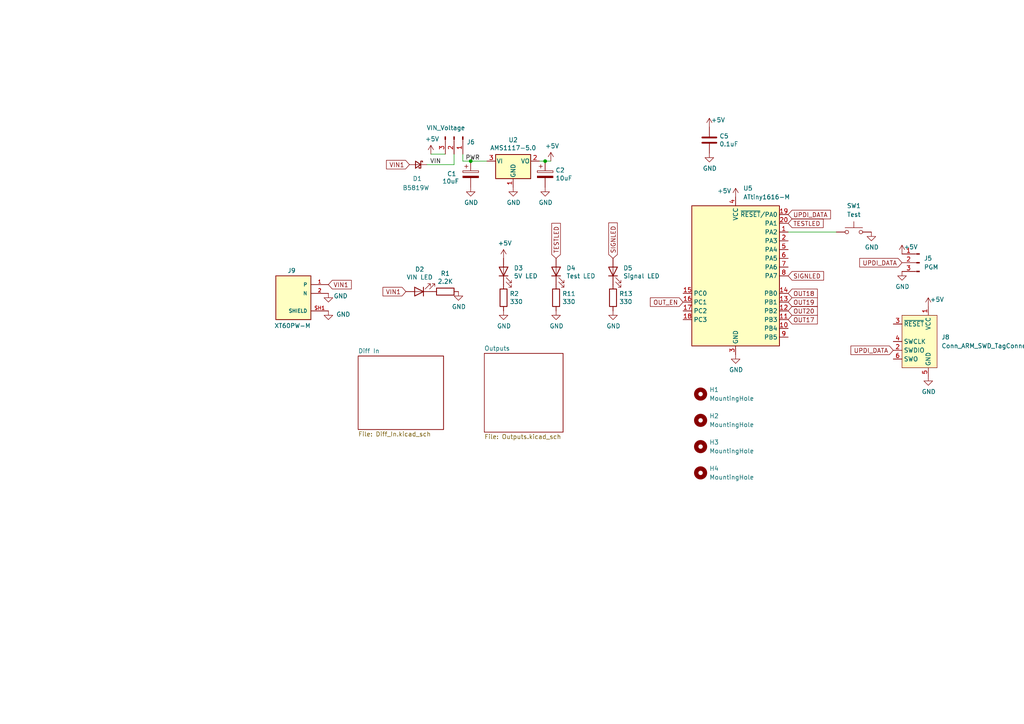
<source format=kicad_sch>
(kicad_sch (version 20250114) (generator "eeschema") (generator_version "9.0")
  (paper "A4")
  (title_block (title "Receiver Out SMD") (date "2025-02-23") (rev "v3") (company "Scott Hanson"))
  (lib_symbols
    (symbol "Connector:Conn_01x03_Male" (pin_names (offset 1.016) (hide yes))
      (property "Reference" "J" (at 0 5.08 0))
      (property "Value" "Conn_01x03_Male" (at 0 -5.08 0))
      (symbol "Conn_01x03_Male_1_1"
        (rectangle (start 0.8636 2.667) (end 0 2.413) (stroke (width 0.1524)) (fill (type outline)))
        (rectangle (start 0.8636 0.127) (end 0 -0.127) (stroke (width 0.1524)) (fill (type outline)))
        (rectangle (start 0.8636 -2.413) (end 0 -2.667) (stroke (width 0.1524)) (fill (type outline)))
        (polyline (pts (xy 1.27 2.54) (xy 0.8636 2.54)) (stroke (width 0.1524)))
        (polyline (pts (xy 1.27 0) (xy 0.8636 0)) (stroke (width 0.1524)))
        (polyline (pts (xy 1.27 -2.54) (xy 0.8636 -2.54)) (stroke (width 0.1524)))
        (pin passive line (at 5.08 2.54 180) (length 3.81) (name "Pin_1") (number "1"))
        (pin passive line (at 5.08 0 180) (length 3.81) (name "Pin_2") (number "2"))
        (pin passive line (at 5.08 -2.54 180) (length 3.81) (name "Pin_3") (number "3"))
      )
    )
    (symbol "Connector:Conn_01x03_Pin" (pin_names (offset 1.016) (hide yes))
      (property "Reference" "J" (at 0 5.08 0))
      (property "Value" "Conn_01x03_Pin" (at 0 -5.08 0))
      (symbol "Conn_01x03_Pin_1_1"
        (rectangle (start 0.8636 2.667) (end 0 2.413) (stroke (width 0.1524)) (fill (type outline)))
        (rectangle (start 0.8636 0.127) (end 0 -0.127) (stroke (width 0.1524)) (fill (type outline)))
        (rectangle (start 0.8636 -2.413) (end 0 -2.667) (stroke (width 0.1524)) (fill (type outline)))
        (polyline (pts (xy 1.27 2.54) (xy 0.8636 2.54)) (stroke (width 0.1524)))
        (polyline (pts (xy 1.27 0) (xy 0.8636 0)) (stroke (width 0.1524)))
        (polyline (pts (xy 1.27 -2.54) (xy 0.8636 -2.54)) (stroke (width 0.1524)))
        (pin passive line (at 5.08 2.54 180) (length 3.81) (name "Pin_1") (number "1"))
        (pin passive line (at 5.08 0 180) (length 3.81) (name "Pin_2") (number "2"))
        (pin passive line (at 5.08 -2.54 180) (length 3.81) (name "Pin_3") (number "3"))
      )
    )
    (symbol "Connector:Conn_ARM_SWD_TagConnect_TC2030-NL" (in_bom no)
      (property "Reference" "J" (at 2.54 11.43 0))
      (property "Value" "Conn_ARM_SWD_TagConnect_TC2030-NL" (at 2.54 8.89 0))
      (symbol "Conn_ARM_SWD_TagConnect_TC2030-NL_0_0"
        (pin power_in line (at -2.54 10.16 270) (length 2.54) (name "VCC") (number "1"))
        (pin power_in line (at -2.54 -10.16 90) (length 2.54) (name "GND") (number "5"))
        (pin open_collector line (at 7.62 5.08 180) (length 2.54) (name "~{RESET}") (number "3"))
        (pin output line (at 7.62 0 180) (length 2.54) (name "SWCLK") (number "4"))
        (pin bidirectional line (at 7.62 -2.54 180) (length 2.54) (name "SWDIO") (number "2"))
        (pin input line (at 7.62 -5.08 180) (length 2.54) (name "SWO") (number "6"))
      )
      (symbol "Conn_ARM_SWD_TagConnect_TC2030-NL_0_1"
        (rectangle (start -5.08 7.62) (end 5.08 -7.62) (fill (type background)))
      )
    )
    (symbol "Device:CP" (pin_numbers (hide yes)) (pin_names (offset 0.254))
      (property "Reference" "C" (at 0.635 2.54 0))
      (property "Value" "Device_CP" (at 0.635 -2.54 0))
      (symbol "CP_0_1"
        (rectangle (start -2.286 0.508) (end 2.286 1.016))
        (polyline (pts (xy -1.778 2.286) (xy -0.762 2.286)))
        (polyline (pts (xy -1.27 2.794) (xy -1.27 1.778)))
        (rectangle (start 2.286 -0.508) (end -2.286 -1.016) (fill (type outline)))
      )
      (symbol "CP_1_1"
        (pin passive line (at 0 3.81 270) (length 2.794) (name "~") (number "1"))
        (pin passive line (at 0 -3.81 90) (length 2.794) (name "~") (number "2"))
      )
    )
    (symbol "Device:D_Schottky_Small" (pin_numbers (hide yes)) (pin_names (offset 0.254) (hide yes))
      (property "Reference" "D" (at -1.27 2.032 0))
      (property "Value" "D_Schottky_Small" (at -7.112 -2.032 0))
      (symbol "D_Schottky_Small_0_1"
        (polyline (pts (xy -1.27 0.762) (xy -1.27 1.016) (xy -0.762 1.016) (xy -0.762 -1.016) (xy -0.254 -1.016) (xy -0.254 -0.762)) (stroke (width 0.254)))
        (polyline (pts (xy -0.762 0) (xy 0.762 0)))
        (polyline (pts (xy 0.762 -1.016) (xy -0.762 0) (xy 0.762 1.016) (xy 0.762 -1.016)) (stroke (width 0.254)))
      )
      (symbol "D_Schottky_Small_1_1"
        (pin passive line (at -2.54 0 0) (length 1.778) (name "K") (number "1"))
        (pin passive line (at 2.54 0 180) (length 1.778) (name "A") (number "2"))
      )
    )
    (symbol "Device:LED" (pin_numbers (hide yes)) (pin_names (offset 1.016) (hide yes))
      (property "Reference" "D" (at 0 2.54 0))
      (property "Value" "LED" (at 0 -2.54 0))
      (symbol "LED_0_1"
        (polyline (pts (xy -3.048 -0.762) (xy -4.572 -2.286) (xy -3.81 -2.286) (xy -4.572 -2.286) (xy -4.572 -1.524)))
        (polyline (pts (xy -1.778 -0.762) (xy -3.302 -2.286) (xy -2.54 -2.286) (xy -3.302 -2.286) (xy -3.302 -1.524)))
        (polyline (pts (xy -1.27 0) (xy 1.27 0)))
        (polyline (pts (xy -1.27 -1.27) (xy -1.27 1.27)) (stroke (width 0.254)))
        (polyline (pts (xy 1.27 -1.27) (xy 1.27 1.27) (xy -1.27 0) (xy 1.27 -1.27)) (stroke (width 0.254)))
      )
      (symbol "LED_1_1"
        (pin passive line (at -3.81 0 0) (length 2.54) (name "K") (number "1"))
        (pin passive line (at 3.81 0 180) (length 2.54) (name "A") (number "2"))
      )
    )
    (symbol "Device:R" (pin_numbers (hide yes)) (pin_names (offset 0))
      (property "Reference" "R" (at 2.032 0 90))
      (property "Value" "R" (at 0 0 90))
      (symbol "R_0_1"
        (rectangle (start -1.016 -2.54) (end 1.016 2.54) (stroke (width 0.254)))
      )
      (symbol "R_1_1"
        (pin passive line (at 0 3.81 270) (length 1.27) (name "~") (number "1"))
        (pin passive line (at 0 -3.81 90) (length 1.27) (name "~") (number "2"))
      )
    )
    (symbol "MCU_Microchip_ATtiny:ATtiny1616-M"
      (property "Reference" "U" (at -12.7 21.59 0))
      (property "Value" "ATtiny1616-M" (at 2.54 -21.59 0))
      (symbol "ATtiny1616-M_0_1"
        (rectangle (start -12.7 -20.32) (end 12.7 20.32) (stroke (width 0.254)) (fill (type background)))
      )
      (symbol "ATtiny1616-M_1_1"
        (pin bidirectional line (at -15.24 -5.08 0) (length 2.54) (name "PC0") (number "15"))
        (pin bidirectional line (at -15.24 -7.62 0) (length 2.54) (name "PC1") (number "16"))
        (pin bidirectional line (at -15.24 -10.16 0) (length 2.54) (name "PC2") (number "17"))
        (pin bidirectional line (at -15.24 -12.7 0) (length 2.54) (name "PC3") (number "18"))
        (pin power_in line (at 0 22.86 270) (length 2.54) (name "VCC") (number "4"))
        (pin passive line (at 0 -22.86 90) (length 2.54) (hide yes) (name "GND") (number "21"))
        (pin power_in line (at 0 -22.86 90) (length 2.54) (name "GND") (number "3"))
        (pin bidirectional line (at 15.24 17.78 180) (length 2.54) (name "~{RESET}/PA0") (number "19"))
        (pin bidirectional line (at 15.24 15.24 180) (length 2.54) (name "PA1") (number "20"))
        (pin bidirectional line (at 15.24 12.7 180) (length 2.54) (name "PA2") (number "1"))
        (pin bidirectional line (at 15.24 10.16 180) (length 2.54) (name "PA3") (number "2"))
        (pin bidirectional line (at 15.24 7.62 180) (length 2.54) (name "PA4") (number "5"))
        (pin bidirectional line (at 15.24 5.08 180) (length 2.54) (name "PA5") (number "6"))
        (pin bidirectional line (at 15.24 2.54 180) (length 2.54) (name "PA6") (number "7"))
        (pin bidirectional line (at 15.24 0 180) (length 2.54) (name "PA7") (number "8"))
        (pin bidirectional line (at 15.24 -5.08 180) (length 2.54) (name "PB0") (number "14"))
        (pin bidirectional line (at 15.24 -7.62 180) (length 2.54) (name "PB1") (number "13"))
        (pin bidirectional line (at 15.24 -10.16 180) (length 2.54) (name "PB2") (number "12"))
        (pin bidirectional line (at 15.24 -12.7 180) (length 2.54) (name "PB3") (number "11"))
        (pin bidirectional line (at 15.24 -15.24 180) (length 2.54) (name "PB4") (number "10"))
        (pin bidirectional line (at 15.24 -17.78 180) (length 2.54) (name "PB5") (number "9"))
      )
    )
    (symbol "Mechanical:MountingHole" (pin_names (offset 1.016)) (exclude_from_sim yes) (in_bom no)
      (property "Reference" "H" (at 0 5.08 0))
      (property "Value" "MountingHole" (at 0 3.175 0))
      (symbol "MountingHole_0_1"
        (circle (center 0 0) (radius 1.27) (stroke (width 1.27)))
      )
    )
    (symbol "Receiver_Out-rescue:C-Device" (pin_numbers (hide yes)) (pin_names (offset 0.254))
      (property "Reference" "C" (at 0.635 2.54 0))
      (property "Value" "C-Device" (at 0.635 -2.54 0))
      (symbol "C-Device_0_1"
        (polyline (pts (xy -2.032 0.762) (xy 2.032 0.762)) (stroke (width 0.508)))
        (polyline (pts (xy -2.032 -0.762) (xy 2.032 -0.762)) (stroke (width 0.508)))
      )
      (symbol "C-Device_1_1"
        (pin passive line (at 0 3.81 270) (length 2.794) (name "~") (number "1"))
        (pin passive line (at 0 -3.81 90) (length 2.794) (name "~") (number "2"))
      )
    )
    (symbol "Regulator_Linear:AMS1117-5.0" (pin_names (offset 0.254))
      (property "Reference" "U" (at -3.81 3.175 0))
      (property "Value" "AMS1117-5.0" (at 0 3.175 0))
      (symbol "AMS1117-5.0_0_1"
        (rectangle (start -5.08 -5.08) (end 5.08 1.905) (stroke (width 0.254)) (fill (type background)))
      )
      (symbol "AMS1117-5.0_1_1"
        (pin power_in line (at -7.62 0 0) (length 2.54) (name "VI") (number "3"))
        (pin power_in line (at 0 -7.62 90) (length 2.54) (name "GND") (number "1"))
        (pin power_out line (at 7.62 0 180) (length 2.54) (name "VO") (number "2"))
      )
    )
    (symbol "Scotts:XT60PW-M" (pin_names (offset 1.016))
      (property "Reference" "J" (at -5.08 5.7234 0))
      (property "Value" "XT60PW-M" (at -5.08 -10.1723 0))
      (symbol "XT60PW-M_0_0"
        (rectangle (start -5.08 -7.62) (end 5.08 5.08) (stroke (width 0.254)) (fill (type background)))
        (pin passive line (at -10.16 2.54 0) (length 5.08) (name "P") (number "1"))
        (pin passive line (at -10.16 0 0) (length 5.08) (name "N") (number "2"))
        (pin passive line (at -10.16 -5.08 0) (length 5.08) (name "SHIELD") (number "SH1"))
        (pin passive line (at -10.16 -5.08 0) (length 5.08) (hide yes) (name "SHIELD") (number "SH2"))
      )
    )
    (symbol "Switch:SW_Push" (pin_numbers (hide yes)) (pin_names (offset 1.016) (hide yes))
      (property "Reference" "SW" (at 1.27 2.54 0))
      (property "Value" "SW_Push" (at 0 -1.524 0))
      (symbol "SW_Push_0_1"
        (circle (center -2.032 0) (radius 0.508))
        (polyline (pts (xy 0 1.27) (xy 0 3.048)))
        (circle (center 2.032 0) (radius 0.508))
        (polyline (pts (xy 2.54 1.27) (xy -2.54 1.27)))
        (pin passive line (at -5.08 0 0) (length 2.54) (name "1") (number "1"))
        (pin passive line (at 5.08 0 180) (length 2.54) (name "2") (number "2"))
      )
    )
    (symbol "power:+5V" (power) (pin_names (offset 0))
      (property "Value" "+5V" (at 0 3.556 0))
      (symbol "+5V_0_1"
        (polyline (pts (xy -0.762 1.27) (xy 0 2.54)))
        (polyline (pts (xy 0 2.54) (xy 0.762 1.27)))
        (polyline (pts (xy 0 0) (xy 0 2.54)))
      )
      (symbol "+5V_1_1"
        (pin power_in line (at 0 0 90) (length 0) (hide yes) (name "+5V") (number "1"))
      )
    )
    (symbol "power:GND" (power) (pin_names (offset 0))
      (property "Value" "GND" (at 0 -3.81 0))
      (symbol "GND_0_1"
        (polyline (pts (xy 0 0) (xy 0 -1.27) (xy 1.27 -1.27) (xy 0 -2.54) (xy -1.27 -1.27) (xy 0 -1.27)))
      )
      (symbol "GND_1_1"
        (pin power_in line (at 0 0 270) (length 0) (hide yes) (name "GND") (number "1"))
      )
    )
  )
  (junction (at 136.525 46.736))
  (junction (at 158.115 46.736))
  (wire (pts (xy 129.159 44.704) (xy 124.968 44.704)))
  (wire (pts (xy 123.825 47.752) (xy 131.699 47.752)))
  (wire (pts (xy 134.239 46.736) (xy 134.239 44.704)))
  (wire (pts (xy 156.464 46.736) (xy 158.115 46.736)))
  (wire (pts (xy 141.224 46.736) (xy 136.525 46.736)))
  (wire (pts (xy 228.6 67.31) (xy 242.57 67.31)))
  (wire (pts (xy 136.525 46.736) (xy 134.239 46.736)))
  (wire (pts (xy 131.699 47.752) (xy 131.699 44.704)))
  (wire (pts (xy 158.115 46.736) (xy 159.766 46.736)))
  (label "VIN" (at 124.714 47.752 0))
  (label "PWR" (at 135.001 46.736 0))
  (global_label "VIN1" (shape input) (at 118.745 47.752 180) (property "Intersheetrefs" "${INTERSHEET_REFS}" (effects (hide yes))))
  (global_label "OUT18" (shape input) (at 228.6 85.09 0) (property "Intersheetrefs" "${INTERSHEET_REFS}" (effects (hide yes))))
  (global_label "OUT20" (shape input) (at 228.6 90.17 0) (property "Intersheetrefs" "${INTERSHEET_REFS}" (effects (hide yes))))
  (global_label "OUT19" (shape input) (at 228.6 87.63 0) (property "Intersheetrefs" "${INTERSHEET_REFS}" (effects (hide yes))))
  (global_label "OUT17" (shape input) (at 228.6 92.71 0) (property "Intersheetrefs" "${INTERSHEET_REFS}" (effects (hide yes))))
  (global_label "SIGNLED" (shape input) (at 177.8 74.93 90) (property "Intersheetrefs" "${INTERSHEET_REFS}" (effects (hide yes))))
  (global_label "UPDI_DATA" (shape input) (at 261.62 76.2 180) (property "Intersheetrefs" "${INTERSHEET_REFS}" (effects (hide yes))))
  (global_label "VIN1" (shape input) (at 117.729 84.582 180) (property "Intersheetrefs" "${INTERSHEET_REFS}" (effects (hide yes))))
  (global_label "SIGNLED" (shape input) (at 228.6 80.01 0) (property "Intersheetrefs" "${INTERSHEET_REFS}" (effects (hide yes))))
  (global_label "UPDI_DATA" (shape input) (at 259.08 101.6 180) (property "Intersheetrefs" "${INTERSHEET_REFS}" (effects (hide yes))))
  (global_label "TESTLED" (shape input) (at 228.6 64.77 0) (property "Intersheetrefs" "${INTERSHEET_REFS}" (effects (hide yes))))
  (global_label "VIN1" (shape input) (at 95.25 82.55 0) (property "Intersheetrefs" "${INTERSHEET_REFS}" (effects (hide yes))))
  (global_label "OUT_EN" (shape input) (at 198.12 87.63 180) (property "Intersheetrefs" "${INTERSHEET_REFS}" (effects (hide yes))))
  (global_label "TESTLED" (shape input) (at 161.29 74.93 90) (property "Intersheetrefs" "${INTERSHEET_REFS}" (effects (hide yes))))
  (global_label "UPDI_DATA" (shape input) (at 228.6 62.23 0) (property "Intersheetrefs" "${INTERSHEET_REFS}" (effects (hide yes))))
  (symbol (lib_id "Device:LED") (at 121.539 84.582 180) (unit 1)
    (property "Reference" "D2" (at 121.7168 78.105 0))
    (property "Value" "VIN LED" (at 121.7168 80.4164 0))
    (property "Footprint" "LED_SMD:LED_0603_1608Metric" (effects (hide yes)))
    (property "Digi-Key_PN" "732-4984-1-ND" (effects (hide yes)))
    (property "MPN" "150080RS75000" (effects (hide yes)))
    (property "LCSC_PN" "C2286" (effects (hide yes)))
  )
  (symbol (lib_id "Device:R") (at 129.159 84.582 270) (unit 1)
    (property "Reference" "R1" (at 129.159 79.3242 90))
    (property "Value" "2.2K" (at 129.159 81.6356 90))
    (property "Footprint" "Resistor_SMD:R_0603_1608Metric" (effects (hide yes)))
  )
  (symbol (lib_id "power:GND") (at 132.969 84.582 0) (unit 1)
    (property "Reference" "#PWR03" (effects (hide yes)))
    (property "Value" "GND" (at 133.096 88.9762 0))
  )
  (symbol (lib_id "Device:R") (at 146.05 86.36 180) (unit 1)
    (property "Reference" "R2" (at 147.828 85.1916 0) (effects (justify right)))
    (property "Value" "330" (at 147.828 87.503 0) (effects (justify right)))
    (property "Footprint" "Resistor_SMD:R_0603_1608Metric" (effects (hide yes)))
    (property "MPN" "CRGCQ0603F330R" (effects (hide yes)))
  )
  (symbol (lib_id "Device:LED") (at 146.05 78.74 90) (unit 1)
    (property "Reference" "D3" (at 149.0218 77.7494 90) (effects (justify right)))
    (property "Value" "5V LED" (at 149.0218 80.0608 90) (effects (justify right)))
    (property "Footprint" "LED_SMD:LED_0603_1608Metric" (effects (hide yes)))
    (property "Digi-Key_PN" "732-4984-1-ND" (effects (hide yes)))
    (property "MPN" "150080RS75000" (effects (hide yes)))
    (property "LCSC_PN" "C2286" (effects (hide yes)))
  )
  (symbol (lib_id "power:+5V") (at 146.05 74.93 0) (unit 1)
    (property "Reference" "#PWR04" (effects (hide yes)))
    (property "Value" "+5V" (at 146.431 70.5358 0))
  )
  (symbol (lib_id "power:GND") (at 146.05 90.17 0) (unit 1)
    (property "Reference" "#PWR05" (effects (hide yes)))
    (property "Value" "GND" (at 146.177 94.5642 0))
  )
  (symbol (lib_id "Device:CP") (at 136.525 50.546 0) (unit 1)
    (property "Reference" "C1" (at 129.667 50.419 0) (effects (justify left)))
    (property "Value" "10uF" (at 128.27 52.578 0) (effects (justify left)))
    (property "Footprint" "Capacitor_SMD:C_0805_2012Metric" (effects (hide yes)))
    (property "Digi-Key_PN" "490-5523-1-ND" (effects (hide yes)))
    (property "MPN" "GRM21BR61E106KA73L" (effects (hide yes)))
    (property "LCSC_PN" "C15850" (effects (hide yes)))
  )
  (symbol (lib_id "Device:CP") (at 158.115 50.546 0) (unit 1)
    (property "Reference" "C2" (at 161.1122 49.3776 0) (effects (justify left)))
    (property "Value" "10uF" (at 161.1122 51.689 0) (effects (justify left)))
    (property "Footprint" "Capacitor_SMD:C_0805_2012Metric" (effects (hide yes)))
    (property "Digi-Key_PN" "490-5523-1-ND" (effects (hide yes)))
    (property "MPN" "GRM21BR61E106KA73L" (effects (hide yes)))
    (property "LCSC_PN" "C15850" (effects (hide yes)))
  )
  (symbol (lib_id "power:GND") (at 148.844 54.356 0) (unit 1)
    (property "Reference" "#PWR020" (effects (hide yes)))
    (property "Value" "GND" (at 148.971 58.7502 0))
  )
  (symbol (lib_id "power:GND") (at 158.115 54.356 0) (unit 1)
    (property "Reference" "#PWR021" (effects (hide yes)))
    (property "Value" "GND" (at 158.242 58.7502 0))
  )
  (symbol (lib_id "power:GND") (at 136.525 54.356 0) (unit 1)
    (property "Reference" "#PWR019" (effects (hide yes)))
    (property "Value" "GND" (at 136.652 58.7502 0))
  )
  (symbol (lib_id "power:+5V") (at 159.766 46.736 0) (unit 1)
    (property "Reference" "#PWR022" (effects (hide yes)))
    (property "Value" "+5V" (at 160.147 42.3418 0))
  )
  (symbol (lib_id "Connector:Conn_01x03_Male") (at 131.699 39.624 270) (unit 1)
    (property "Reference" "J6" (at 135.3566 41.1988 90) (effects (justify left)))
    (property "Value" "VIN_Voltage" (at 123.698 37.084 90) (effects (justify left)))
    (property "Footprint" "Connector_PinHeader_2.54mm:PinHeader_1x03_P2.54mm_Horizontal" (effects (hide yes)))
    (property "Digi-Key_PN" "732-5316-ND" (effects (hide yes)))
    (property "MPN" "61300311121" (effects (hide yes)))
    (property "LCSC_PN" "C49257" (effects (hide yes)))
  )
  (symbol (lib_id "power:+5V") (at 124.968 44.704 0) (unit 1)
    (property "Reference" "#PWR02" (effects (hide yes)))
    (property "Value" "+5V" (at 125.349 40.3098 0))
  )
  (symbol (lib_id "Regulator_Linear:AMS1117-5.0") (at 148.844 46.736 0) (unit 1)
    (property "Reference" "U2" (at 148.844 40.5892 0))
    (property "Value" "AMS1117-5.0" (at 148.844 42.9006 0))
    (property "Footprint" "Package_TO_SOT_SMD:SOT-223-3_TabPin2" (effects (hide yes)))
    (property "Datasheet" "http://www.advanced-monolithic.com/pdf/ds1117.pdf" (effects (hide yes)))
    (property "LCSC_PN" "C6187" (effects (hide yes)))
    (property "Digi-Key_PN" "488-LM1117MPX-50NOPBCT-ND" (effects (hide yes)))
    (property "MPN" "LM1117MPX-50NOPB" (effects (hide yes)))
  )
  (symbol (lib_id "Device:D_Schottky_Small") (at 121.285 47.752 0) (mirror y) (unit 1)
    (property "Reference" "D1" (at 121.031 51.816 0))
    (property "Value" "B5819W" (at 120.65 54.483 0))
    (property "Footprint" "Diode_SMD:D_SOD-123" (effects (hide yes)))
    (property "LCSC_PN" "C8598" (effects (hide yes)))
    (property "Digi-Key_PN" "B5819W-TPMSCT-ND" (effects (hide yes)))
    (property "MPN" "B5819W-TP" (effects (hide yes)))
  )
  (symbol (lib_id "power:GND") (at 252.73 67.31 0) (unit 1)
    (property "Reference" "#PWR025" (effects (hide yes)))
    (property "Value" "GND" (at 252.857 71.7042 0))
  )
  (symbol (lib_id "Connector:Conn_ARM_SWD_TagConnect_TC2030-NL") (at 266.7 99.06 0) (mirror y) (unit 1) (in_bom no)
    (property "Reference" "J8" (at 273.05 97.7899 0) (effects (justify right)))
    (property "Value" "Conn_ARM_SWD_TagConnect_TC2030-NL" (at 273.05 100.3299 0) (effects (justify right)))
    (property "Footprint" "Connector:Tag-Connect_TC2030-IDC-NL_2x03_P1.27mm_Vertical" (effects (hide yes)))
    (property "Datasheet" "https://www.tag-connect.com/wp-content/uploads/bsk-pdf-manager/TC2030-CTX_1.pdf" (effects (hide yes)))
    (property "Description" "Tag-Connect ARM Cortex SWD JTAG connector, 6 pin, no legs" (effects (hide yes)))
  )
  (symbol (lib_id "Mechanical:MountingHole") (at 203.2 129.54 0) (unit 1) (exclude_from_sim yes) (in_bom no)
    (property "Reference" "H3" (at 205.74 128.2699 0) (effects (justify left)))
    (property "Value" "MountingHole" (at 205.74 130.8099 0) (effects (justify left)))
    (property "Footprint" "Scotts:MountingHole_3.7mm" (effects (hide yes)))
    (property "Description" "Mounting Hole without connection" (effects (hide yes)))
  )
  (symbol (lib_id "power:+5V") (at 213.36 57.15 0) (unit 1)
    (property "Reference" "#PWR010" (effects (hide yes)))
    (property "Value" "+5V" (at 210.058 55.372 0))
  )
  (symbol (lib_id "Device:LED") (at 161.29 78.74 90) (unit 1)
    (property "Reference" "D4" (at 164.2618 77.7494 90) (effects (justify right)))
    (property "Value" "Test LED" (at 164.2618 80.0608 90) (effects (justify right)))
    (property "Footprint" "LED_SMD:LED_0603_1608Metric" (effects (hide yes)))
    (property "Digi-Key_PN" "732-4984-1-ND" (effects (hide yes)))
    (property "MPN" "150080RS75000" (effects (hide yes)))
    (property "LCSC_PN" "C2286" (effects (hide yes)))
  )
  (symbol (lib_id "power:GND") (at 213.36 102.87 0) (unit 1)
    (property "Reference" "#PWR031" (effects (hide yes)))
    (property "Value" "GND" (at 213.487 107.2642 0))
  )
  (symbol (lib_id "power:GND") (at 269.24 109.22 0) (unit 1)
    (property "Reference" "#PWR9" (effects (hide yes)))
    (property "Value" "GND" (at 269.367 113.6142 0))
  )
  (symbol (lib_id "power:GND") (at 205.74 44.45 0) (unit 1)
    (property "Reference" "#PWR08" (effects (hide yes)))
    (property "Value" "GND" (at 205.867 48.8442 0))
  )
  (symbol (lib_id "power:+5V") (at 269.24 88.9 0) (unit 1)
    (property "Reference" "#PWR30" (effects (hide yes)))
    (property "Value" "+5V" (at 271.78 86.868 0))
  )
  (symbol (lib_id "Connector:Conn_01x03_Pin") (at 266.7 76.2 0) (mirror y) (unit 1)
    (property "Reference" "J5" (at 267.97 74.9299 0) (effects (justify right)))
    (property "Value" "PGM" (at 267.97 77.4699 0) (effects (justify right)))
    (property "Footprint" "Connector_PinHeader_2.54mm:PinHeader_1x03_P2.54mm_Vertical" (effects (hide yes)))
    (property "Description" "Generic connector, single row, 01x03, script generated" (effects (hide yes)))
  )
  (symbol (lib_id "Device:R") (at 161.29 86.36 180) (unit 1)
    (property "Reference" "R11" (at 163.068 85.1916 0) (effects (justify right)))
    (property "Value" "330" (at 163.068 87.503 0) (effects (justify right)))
    (property "Footprint" "Resistor_SMD:R_0603_1608Metric" (effects (hide yes)))
    (property "MPN" "CRGCQ0603F330R" (effects (hide yes)))
  )
  (symbol (lib_id "Receiver_Out-rescue:C-Device") (at 205.74 40.64 0) (unit 1)
    (property "Reference" "C5" (at 208.661 39.4716 0) (effects (justify left)))
    (property "Value" "0.1uF" (at 208.661 41.783 0) (effects (justify left)))
    (property "Footprint" "Capacitor_SMD:C_0402_1005Metric" (effects (hide yes)))
    (property "Digi-Key_PN" "1292-1630-1-ND" (effects (hide yes)))
    (property "MPN" "0402B104K160CT" (effects (hide yes)))
    (property "LCSC_PN" "C1525" (effects (hide yes)))
  )
  (symbol (lib_id "Scotts:XT60PW-M") (at 85.09 85.09 0) (mirror y) (unit 1)
    (property "Reference" "J9" (at 84.582 78.486 0))
    (property "Value" "XT60PW-M" (at 84.836 94.488 0))
    (property "Footprint" "Scotts:XT60PW-M" (effects (hide yes)))
    (property "Description" "Socket, DC supply, male, PIN: 2" (effects (hide yes)))
    (property "MAXIMUM_PACKAGE_HEIGHT" "8.4 mm" (effects (hide yes)))
    (property "CREATOR" "KARTHIK" (effects (hide yes)))
    (property "MANUFACTURER" "AMASS" (effects (hide yes)))
  )
  (symbol (lib_id "Mechanical:MountingHole") (at 203.2 121.92 0) (unit 1) (exclude_from_sim yes) (in_bom no)
    (property "Reference" "H2" (at 205.74 120.6499 0) (effects (justify left)))
    (property "Value" "MountingHole" (at 205.74 123.1899 0) (effects (justify left)))
    (property "Footprint" "Scotts:MountingHole_3.7mm" (effects (hide yes)))
    (property "Description" "Mounting Hole without connection" (effects (hide yes)))
  )
  (symbol (lib_id "power:GND") (at 161.29 90.17 0) (unit 1)
    (property "Reference" "#PWR026" (effects (hide yes)))
    (property "Value" "GND" (at 161.417 94.5642 0))
  )
  (symbol (lib_id "power:GND") (at 95.25 90.17 0) (mirror y) (unit 1)
    (property "Reference" "#PWR034" (effects (hide yes)))
    (property "Value" "GND" (at 99.568 91.186 0))
  )
  (symbol (lib_id "power:GND") (at 177.8 90.17 0) (unit 1)
    (property "Reference" "#PWR032" (effects (hide yes)))
    (property "Value" "GND" (at 177.927 94.5642 0))
  )
  (symbol (lib_id "Mechanical:MountingHole") (at 203.2 114.3 0) (unit 1) (exclude_from_sim yes) (in_bom no)
    (property "Reference" "H1" (at 205.74 113.0299 0) (effects (justify left)))
    (property "Value" "MountingHole" (at 205.74 115.5699 0) (effects (justify left)))
    (property "Footprint" "Scotts:MountingHole_3.7mm" (effects (hide yes)))
    (property "Description" "Mounting Hole without connection" (effects (hide yes)))
  )
  (symbol (lib_id "power:+5V") (at 261.62 73.66 0) (unit 1)
    (property "Reference" "#PWR028" (effects (hide yes)))
    (property "Value" "+5V" (at 264.16 71.628 0))
  )
  (symbol (lib_id "Device:R") (at 177.8 86.36 180) (unit 1)
    (property "Reference" "R13" (at 179.578 85.1916 0) (effects (justify right)))
    (property "Value" "330" (at 179.578 87.503 0) (effects (justify right)))
    (property "Footprint" "Resistor_SMD:R_0603_1608Metric" (effects (hide yes)))
    (property "MPN" "CRGCQ0603F330R" (effects (hide yes)))
  )
  (symbol (lib_id "MCU_Microchip_ATtiny:ATtiny1616-M") (at 213.36 80.01 0) (unit 1)
    (property "Reference" "U5" (at 215.5541 54.61 0) (effects (justify left)))
    (property "Value" "ATtiny1616-M" (at 215.5541 57.15 0) (effects (justify left)))
    (property "Footprint" "Package_DFN_QFN:VQFN-20-1EP_3x3mm_P0.4mm_EP1.7x1.7mm" (effects (hide yes)))
    (property "Datasheet" "http://ww1.microchip.com/downloads/en/DeviceDoc/ATtiny3216_ATtiny1616-data-sheet-40001997B.pdf" (effects (hide yes)))
    (property "Description" "20MHz, 16kB Flash, 2kB SRAM, 256B EEPROM, VQFN-20" (effects (hide yes)))
    (property "Digi-Key_PN" "ATTINY1616-MNRCT-ND" (effects (hide yes)))
    (property "LCSC_PN" "C507118" (effects (hide yes)))
    (property "MPN" "ATTINY1616-MNR" (effects (hide yes)))
  )
  (symbol (lib_id "Switch:SW_Push") (at 247.65 67.31 0) (unit 1)
    (property "Reference" "SW1" (at 247.65 59.69 0))
    (property "Value" "Test" (at 247.65 62.23 0))
    (property "Footprint" "Scotts:SW_Push_1P1T_NO_6x6mm_H9.5mm" (effects (hide yes)))
    (property "Description" "Push button switch, generic, two pins" (effects (hide yes)))
    (property "LCSC" "C255812" (effects (hide yes)))
    (property "Digi-Key_PN" "CT3088CT-ND" (effects (hide yes)))
    (property "LCSC_PN" "C255812" (effects (hide yes)))
    (property "MPN" "222AMVBAR" (effects (hide yes)))
  )
  (symbol (lib_id "power:+5V") (at 205.74 36.83 0) (unit 1)
    (property "Reference" "#PWR01" (effects (hide yes)))
    (property "Value" "+5V" (at 208.28 34.798 0))
  )
  (symbol (lib_id "Mechanical:MountingHole") (at 203.2 137.16 0) (unit 1) (exclude_from_sim yes) (in_bom no)
    (property "Reference" "H4" (at 205.74 135.8899 0) (effects (justify left)))
    (property "Value" "MountingHole" (at 205.74 138.4299 0) (effects (justify left)))
    (property "Footprint" "Scotts:MountingHole_3.7mm" (effects (hide yes)))
    (property "Description" "Mounting Hole without connection" (effects (hide yes)))
  )
  (symbol (lib_id "Device:LED") (at 177.8 78.74 90) (unit 1)
    (property "Reference" "D5" (at 180.7718 77.7494 90) (effects (justify right)))
    (property "Value" "Signal LED" (at 180.7718 80.0608 90) (effects (justify right)))
    (property "Footprint" "LED_SMD:LED_0603_1608Metric" (effects (hide yes)))
    (property "Digi-Key_PN" "732-4984-1-ND" (effects (hide yes)))
    (property "MPN" "150080RS75000" (effects (hide yes)))
    (property "LCSC_PN" "C2286" (effects (hide yes)))
  )
  (symbol (lib_id "power:GND") (at 261.62 78.74 0) (unit 1)
    (property "Reference" "#PWR029" (effects (hide yes)))
    (property "Value" "GND" (at 261.747 83.1342 0))
  )
  (symbol (lib_id "power:GND") (at 95.25 85.09 0) (mirror y) (unit 1)
    (property "Reference" "#PWR033" (effects (hide yes)))
    (property "Value" "GND" (at 98.806 85.852 0))
  )
  (sheet (at 140.462 102.489) (size 22.86 22.86)
    (property "Sheetname" "Outputs" (at 140.462 101.7774 0) (effects (justify left bottom)))
    (property "Sheetfile" "Outputs.kicad_sch" (at 140.462 125.9336 0) (effects (justify left top)))
  )
  (sheet (at 103.886 103.251) (size 24.765 21.336)
    (property "Sheetname" "Diff In" (at 103.886 102.5394 0) (effects (justify left bottom)))
    (property "Sheetfile" "Diff_In.kicad_sch" (at 103.886 125.1716 0) (effects (justify left top)))
  )
)
</source>
